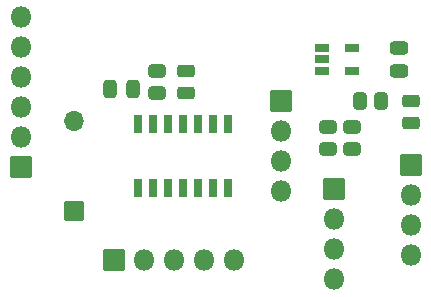
<source format=gbr>
%TF.GenerationSoftware,KiCad,Pcbnew,8.0.0-8.0.0-1~ubuntu20.04.1*%
%TF.CreationDate,2024-03-10T03:56:21-05:00*%
%TF.ProjectId,avr16dd14_dev_board,61767231-3664-4643-9134-5f6465765f62,rev?*%
%TF.SameCoordinates,Original*%
%TF.FileFunction,Soldermask,Top*%
%TF.FilePolarity,Negative*%
%FSLAX46Y46*%
G04 Gerber Fmt 4.6, Leading zero omitted, Abs format (unit mm)*
G04 Created by KiCad (PCBNEW 8.0.0-8.0.0-1~ubuntu20.04.1) date 2024-03-10 03:56:21*
%MOMM*%
%LPD*%
G01*
G04 APERTURE LIST*
G04 Aperture macros list*
%AMRoundRect*
0 Rectangle with rounded corners*
0 $1 Rounding radius*
0 $2 $3 $4 $5 $6 $7 $8 $9 X,Y pos of 4 corners*
0 Add a 4 corners polygon primitive as box body*
4,1,4,$2,$3,$4,$5,$6,$7,$8,$9,$2,$3,0*
0 Add four circle primitives for the rounded corners*
1,1,$1+$1,$2,$3*
1,1,$1+$1,$4,$5*
1,1,$1+$1,$6,$7*
1,1,$1+$1,$8,$9*
0 Add four rect primitives between the rounded corners*
20,1,$1+$1,$2,$3,$4,$5,0*
20,1,$1+$1,$4,$5,$6,$7,0*
20,1,$1+$1,$6,$7,$8,$9,0*
20,1,$1+$1,$8,$9,$2,$3,0*%
G04 Aperture macros list end*
%ADD10RoundRect,0.050800X0.850000X0.850000X-0.850000X0.850000X-0.850000X-0.850000X0.850000X-0.850000X0*%
%ADD11O,1.801600X1.801600*%
%ADD12RoundRect,0.050800X0.575000X-0.300000X0.575000X0.300000X-0.575000X0.300000X-0.575000X-0.300000X0*%
%ADD13RoundRect,0.050800X0.325000X0.750000X-0.325000X0.750000X-0.325000X-0.750000X0.325000X-0.750000X0*%
%ADD14RoundRect,0.269150X0.481650X-0.269150X0.481650X0.269150X-0.481650X0.269150X-0.481650X-0.269150X0*%
%ADD15RoundRect,0.050800X0.850000X-0.850000X0.850000X0.850000X-0.850000X0.850000X-0.850000X-0.850000X0*%
%ADD16RoundRect,0.050800X-0.850000X-0.850000X0.850000X-0.850000X0.850000X0.850000X-0.850000X0.850000X0*%
%ADD17RoundRect,0.274780X-0.476020X0.288520X-0.476020X-0.288520X0.476020X-0.288520X0.476020X0.288520X0*%
%ADD18RoundRect,0.274780X0.288520X0.476020X-0.288520X0.476020X-0.288520X-0.476020X0.288520X-0.476020X0*%
%ADD19RoundRect,0.274780X0.476020X-0.288520X0.476020X0.288520X-0.476020X0.288520X-0.476020X-0.288520X0*%
%ADD20RoundRect,0.275400X0.500400X-0.275400X0.500400X0.275400X-0.500400X0.275400X-0.500400X-0.275400X0*%
%ADD21RoundRect,0.275400X0.275400X0.500400X-0.275400X0.500400X-0.275400X-0.500400X0.275400X-0.500400X0*%
%ADD22RoundRect,0.050800X0.800000X-0.800000X0.800000X0.800000X-0.800000X0.800000X-0.800000X-0.800000X0*%
%ADD23O,1.701600X1.701600*%
G04 APERTURE END LIST*
D10*
%TO.C,J1*%
X108500000Y-83620000D03*
D11*
X108500000Y-81080000D03*
X108500000Y-78540000D03*
X108500000Y-76000000D03*
X108500000Y-73460000D03*
X108500000Y-70920000D03*
%TD*%
D12*
%TO.C,IC2*%
X134000000Y-73550000D03*
X134000000Y-74500000D03*
X134000000Y-75450000D03*
X136500000Y-75450000D03*
X136500000Y-73550000D03*
%TD*%
D13*
%TO.C,IC1*%
X118380000Y-85400000D03*
X119650000Y-85400000D03*
X120920000Y-85400000D03*
X122190000Y-85400000D03*
X123460000Y-85400000D03*
X124730000Y-85400000D03*
X126000000Y-85400000D03*
X126000000Y-80000000D03*
X124730000Y-80000000D03*
X123460000Y-80000000D03*
X122190000Y-80000000D03*
X120920000Y-80000000D03*
X119650000Y-80000000D03*
X118380000Y-80000000D03*
%TD*%
D14*
%TO.C,D2*%
X122500000Y-77375000D03*
X122500000Y-75500000D03*
%TD*%
D11*
%TO.C,J6*%
X126580000Y-91500000D03*
X124040000Y-91500000D03*
X121500000Y-91500000D03*
X118960000Y-91500000D03*
D15*
X116420000Y-91500000D03*
%TD*%
D11*
%TO.C,J5*%
X130500000Y-85620000D03*
X130500000Y-83080000D03*
X130500000Y-80540000D03*
D16*
X130500000Y-78000000D03*
%TD*%
D17*
%TO.C,R5*%
X120000000Y-75500000D03*
X120000000Y-77325000D03*
%TD*%
D18*
%TO.C,R4*%
X139000000Y-78050000D03*
X137175000Y-78050000D03*
%TD*%
D19*
%TO.C,R3*%
X136500000Y-82050000D03*
X136500000Y-80225000D03*
%TD*%
%TO.C,R2*%
X134500000Y-82050000D03*
X134500000Y-80225000D03*
%TD*%
D11*
%TO.C,J4*%
X135000000Y-93120000D03*
X135000000Y-90580000D03*
X135000000Y-88040000D03*
D16*
X135000000Y-85500000D03*
%TD*%
%TO.C,J2*%
X141500000Y-83460000D03*
D11*
X141500000Y-86000000D03*
X141500000Y-88540000D03*
X141500000Y-91080000D03*
%TD*%
D14*
%TO.C,D1*%
X141500000Y-79875000D03*
X141500000Y-78000000D03*
%TD*%
D20*
%TO.C,C2*%
X140500000Y-73550000D03*
X140500000Y-75450000D03*
%TD*%
D21*
%TO.C,C1*%
X117950000Y-77050000D03*
X116050000Y-77050000D03*
%TD*%
D22*
%TO.C,D3*%
X113000000Y-87310000D03*
D23*
X113000000Y-79690000D03*
%TD*%
M02*

</source>
